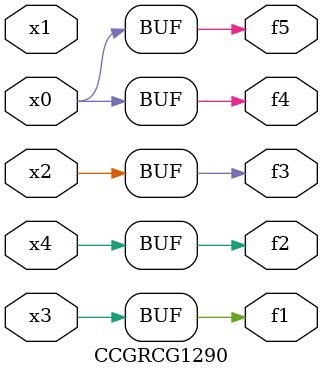
<source format=v>
module CCGRCG1290(
	input x0, x1, x2, x3, x4,
	output f1, f2, f3, f4, f5
);
	assign f1 = x3;
	assign f2 = x4;
	assign f3 = x2;
	assign f4 = x0;
	assign f5 = x0;
endmodule

</source>
